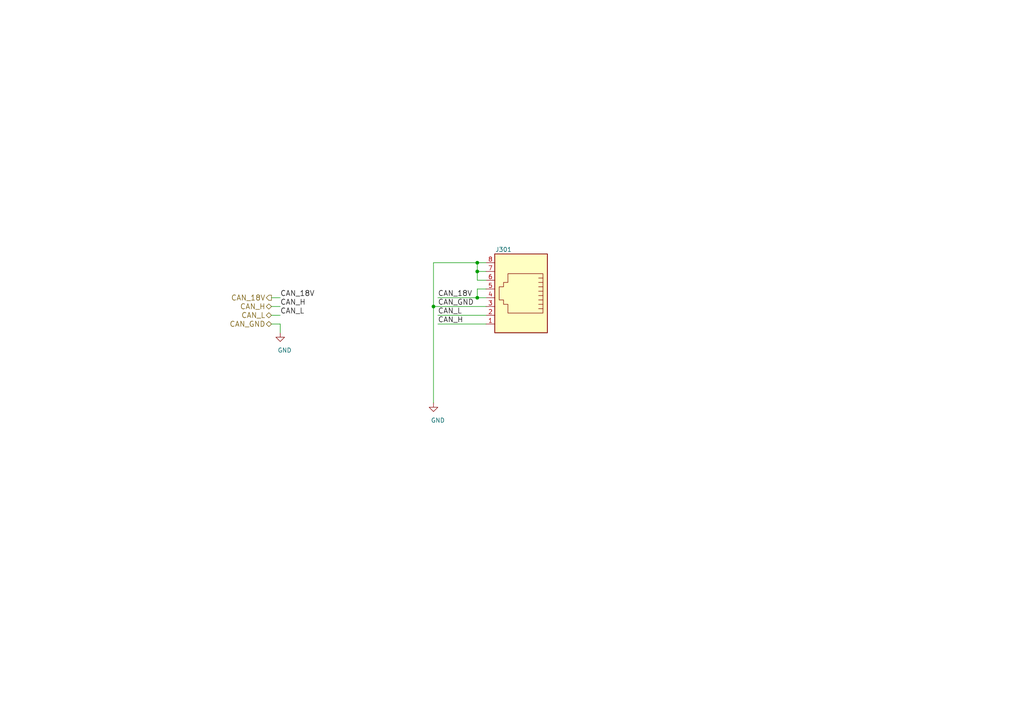
<source format=kicad_sch>
(kicad_sch (version 20211123) (generator eeschema)
  (paper "A4")
  (lib_symbols
    (symbol "Connector:RJ45" (pin_names (offset 1.016))
      (property "Reference" "J" (at -5.08 13.97 0))
      (property "Value" "RJ45" (at 2.54 13.97 0))
      (symbol "RJ45_0_1"
        (polyline (pts (xy -5.08 4.445) (xy -6.35 4.445)))
        (polyline (pts (xy -5.08 5.715) (xy -6.35 5.715)))
        (polyline (pts (xy -6.35 -3.175) (xy -5.08 -3.175) (xy -5.08 -3.175)))
        (polyline (pts (xy -6.35 -1.905) (xy -5.08 -1.905) (xy -5.08 -1.905)))
        (polyline (pts (xy -6.35 -0.635) (xy -5.08 -0.635) (xy -5.08 -0.635)))
        (polyline (pts (xy -6.35 0.635) (xy -5.08 0.635) (xy -5.08 0.635)))
        (polyline (pts (xy -6.35 1.905) (xy -5.08 1.905) (xy -5.08 1.905)))
        (polyline (pts (xy -5.08 3.175) (xy -6.35 3.175) (xy -6.35 3.175)))
        (polyline (pts (xy -6.35 -4.445) (xy -6.35 6.985) (xy 3.81 6.985) (xy 3.81 4.445) (xy 5.08 4.445) (xy 5.08 3.175) (xy 6.35 3.175) (xy 6.35 -0.635) (xy 5.08 -0.635) (xy 5.08 -1.905) (xy 3.81 -1.905) (xy 3.81 -4.445) (xy -6.35 -4.445) (xy -6.35 -4.445)))
        (rectangle (start 7.62 12.7) (end -7.62 -10.16) (stroke (width 0.254)) (fill (type background)))
      )
      (symbol "RJ45_1_1"
        (pin passive line (at 10.16 -7.62 180) (length 2.54) (name "~") (number "1"))
        (pin passive line (at 10.16 -5.08 180) (length 2.54) (name "~") (number "2"))
        (pin passive line (at 10.16 -2.54 180) (length 2.54) (name "~") (number "3"))
        (pin passive line (at 10.16 0 180) (length 2.54) (name "~") (number "4"))
        (pin passive line (at 10.16 2.54 180) (length 2.54) (name "~") (number "5"))
        (pin passive line (at 10.16 5.08 180) (length 2.54) (name "~") (number "6"))
        (pin passive line (at 10.16 7.62 180) (length 2.54) (name "~") (number "7"))
        (pin passive line (at 10.16 10.16 180) (length 2.54) (name "~") (number "8"))
      )
    )
    (symbol "power:GND" (power) (pin_names (offset 0))
      (property "Value" "GND" (at 0 -3.81 0))
      (symbol "GND_0_1"
        (polyline (pts (xy 0 0) (xy 0 -1.27) (xy 1.27 -1.27) (xy 0 -2.54) (xy -1.27 -1.27) (xy 0 -1.27)))
      )
      (symbol "GND_1_1"
        (pin power_in line (at 0 0 270) (length 0) hide (name "GND") (number "1"))
      )
    )
  )
  (junction (at 138.43 78.74))
  (junction (at 138.43 86.36))
  (junction (at 125.73 88.9))
  (junction (at 138.43 76.2))
  (wire (pts (xy 138.43 86.36) (xy 140.97 86.36)))
  (wire (pts (xy 125.73 88.9) (xy 125.73 116.84)))
  (wire (pts (xy 78.74 88.9) (xy 81.28 88.9)))
  (wire (pts (xy 140.97 83.82) (xy 138.43 83.82)))
  (wire (pts (xy 140.97 76.2) (xy 138.43 76.2)))
  (wire (pts (xy 78.74 86.36) (xy 81.28 86.36)))
  (wire (pts (xy 127 86.36) (xy 138.43 86.36)))
  (wire (pts (xy 125.73 88.9) (xy 140.97 88.9)))
  (wire (pts (xy 140.97 93.98) (xy 127 93.98)))
  (wire (pts (xy 138.43 81.28) (xy 138.43 78.74)))
  (wire (pts (xy 127 91.44) (xy 140.97 91.44)))
  (wire (pts (xy 138.43 78.74) (xy 138.43 76.2)))
  (wire (pts (xy 138.43 83.82) (xy 138.43 86.36)))
  (wire (pts (xy 81.28 91.44) (xy 78.74 91.44)))
  (wire (pts (xy 140.97 78.74) (xy 138.43 78.74)))
  (wire (pts (xy 125.73 76.2) (xy 125.73 88.9)))
  (wire (pts (xy 81.28 93.98) (xy 81.28 96.52)))
  (wire (pts (xy 78.74 93.98) (xy 81.28 93.98)))
  (wire (pts (xy 140.97 81.28) (xy 138.43 81.28)))
  (wire (pts (xy 138.43 76.2) (xy 125.73 76.2)))
  (label "CAN_GND" (at 127 88.9 0) (effects (font (size 1.524 1.524))))
  (label "CAN_L" (at 81.28 91.44 0) (effects (font (size 1.524 1.524))))
  (label "CAN_18V" (at 127 86.36 0) (effects (font (size 1.524 1.524))))
  (label "CAN_H" (at 127 93.98 0) (effects (font (size 1.524 1.524))))
  (label "CAN_H" (at 81.28 88.9 0) (effects (font (size 1.524 1.524))))
  (label "CAN_18V" (at 81.28 86.36 0) (effects (font (size 1.524 1.524))))
  (label "CAN_L" (at 127 91.44 0) (effects (font (size 1.524 1.524))))
  (hierarchical_label "CAN_18V" (shape output) (at 78.74 86.36 180) (effects (font (size 1.524 1.524))))
  (hierarchical_label "CAN_H" (shape bidirectional) (at 78.74 88.9 180) (effects (font (size 1.524 1.524))))
  (hierarchical_label "CAN_L" (shape bidirectional) (at 78.74 91.44 180) (effects (font (size 1.524 1.524))))
  (hierarchical_label "CAN_GND" (shape bidirectional) (at 78.74 93.98 180) (effects (font (size 1.524 1.524))))
  (symbol (lib_id "Connector:RJ45") (at 151.13 86.36 0) (mirror y) (unit 1)
    (property "Reference" "J301" (at 146.05 72.39 0))
  )
  (symbol (lib_id "power:GND") (at 125.73 116.84 0) (unit 1)
    (property "Reference" "#PWR0302" (effects hide))
  )
  (symbol (lib_id "power:GND") (at 81.28 96.52 0) (unit 1)
    (property "Reference" "#PWR0301" (effects hide))
  )
)
</source>
